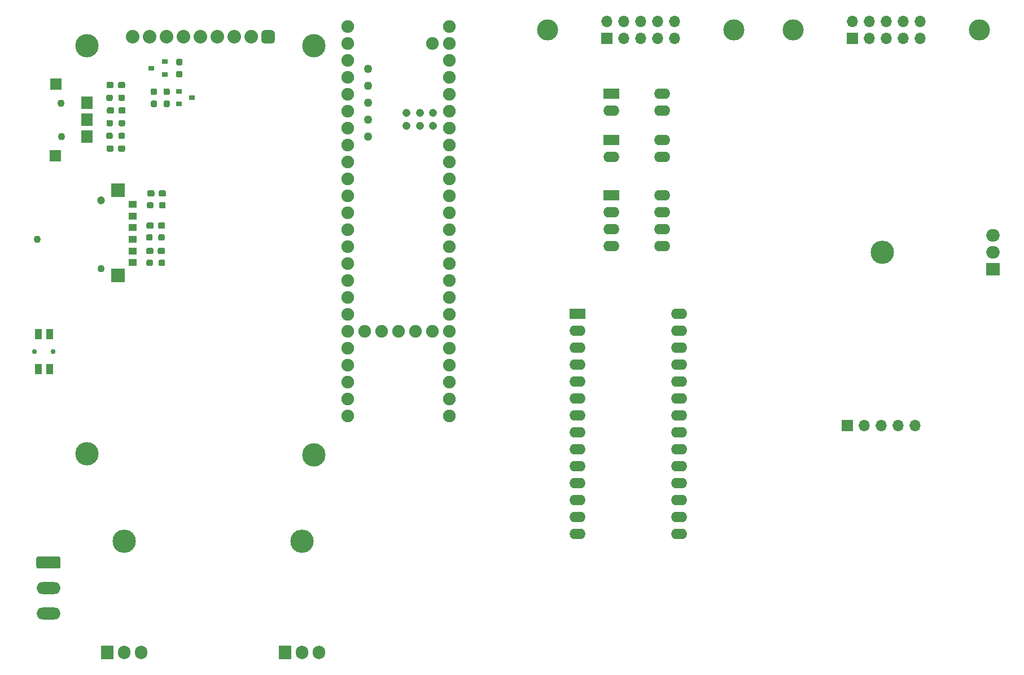
<source format=gbr>
%TF.GenerationSoftware,KiCad,Pcbnew,(5.1.9)-1*%
%TF.CreationDate,2022-07-01T06:07:01-07:00*%
%TF.ProjectId,GALIL,47414c49-4c2e-46b6-9963-61645f706362,rev?*%
%TF.SameCoordinates,Original*%
%TF.FileFunction,Soldermask,Bot*%
%TF.FilePolarity,Negative*%
%FSLAX46Y46*%
G04 Gerber Fmt 4.6, Leading zero omitted, Abs format (unit mm)*
G04 Created by KiCad (PCBNEW (5.1.9)-1) date 2022-07-01 06:07:01*
%MOMM*%
%LPD*%
G01*
G04 APERTURE LIST*
%ADD10O,2.000000X1.905000*%
%ADD11R,2.000000X1.905000*%
%ADD12O,3.500000X3.500000*%
%ADD13O,1.905000X2.000000*%
%ADD14R,1.905000X2.000000*%
%ADD15C,1.905000*%
%ADD16C,1.258000*%
%ADD17C,1.208000*%
%ADD18C,3.175000*%
%ADD19R,1.700000X1.700000*%
%ADD20O,1.700000X1.700000*%
%ADD21O,2.400000X1.600000*%
%ADD22R,2.400000X1.600000*%
%ADD23O,3.600000X1.800000*%
%ADD24C,3.500000*%
%ADD25C,2.032000*%
%ADD26C,1.100000*%
%ADD27C,1.200000*%
%ADD28R,2.000000X2.000000*%
%ADD29R,1.200000X1.000000*%
%ADD30C,0.750000*%
%ADD31R,1.000000X1.550000*%
%ADD32C,1.092200*%
%ADD33R,1.800000X1.900000*%
%ADD34R,0.900000X0.800000*%
G04 APERTURE END LIST*
D10*
%TO.C,U14*%
X183032400Y-91744800D03*
X183032400Y-94284800D03*
D11*
X183032400Y-96824800D03*
D12*
X166372400Y-94284800D03*
%TD*%
D13*
%TO.C,U11*%
X81915000Y-154305000D03*
X79375000Y-154305000D03*
D14*
X76835000Y-154305000D03*
D12*
X79375000Y-137645000D03*
%TD*%
D13*
%TO.C,U10*%
X55245000Y-154305000D03*
X52705000Y-154305000D03*
D14*
X50165000Y-154305000D03*
D12*
X52705000Y-137645000D03*
%TD*%
D15*
%TO.C,U1*%
X101473000Y-98501200D03*
X101473000Y-101041200D03*
X101473000Y-103581200D03*
X101473000Y-106121200D03*
X101473000Y-108661200D03*
X101473000Y-111201200D03*
X101473000Y-113741200D03*
X101473000Y-116281200D03*
X101473000Y-118821200D03*
X86233000Y-118821200D03*
X86233000Y-116281200D03*
X86233000Y-113741200D03*
X86233000Y-111201200D03*
X86233000Y-108661200D03*
X86233000Y-106121200D03*
X86233000Y-103581200D03*
X86233000Y-101041200D03*
X86233000Y-98501200D03*
X101473000Y-60401200D03*
X101473000Y-62941200D03*
X101473000Y-65481200D03*
X101473000Y-68021200D03*
X101473000Y-70561200D03*
X101473000Y-73101200D03*
X101473000Y-75641200D03*
X101473000Y-78181200D03*
X101473000Y-80721200D03*
X101473000Y-83261200D03*
X101473000Y-85801200D03*
X101473000Y-88341200D03*
X101473000Y-90881200D03*
X101473000Y-93421200D03*
X86233000Y-95961200D03*
X86233000Y-93421200D03*
X86233000Y-90881200D03*
X86233000Y-88341200D03*
X86233000Y-85801200D03*
X86233000Y-83261200D03*
X86233000Y-80721200D03*
X86233000Y-78181200D03*
X86233000Y-75641200D03*
X86233000Y-73101200D03*
X86233000Y-70561200D03*
X86233000Y-68021200D03*
X86233000Y-65481200D03*
D16*
X89283000Y-76911200D03*
X89283000Y-74371200D03*
X89283000Y-71831200D03*
X89283000Y-69291200D03*
X89283000Y-66751200D03*
D17*
X95023000Y-73371200D03*
X97023000Y-73371200D03*
X95023000Y-75371200D03*
X97023000Y-75371200D03*
X99023000Y-73371200D03*
X99023000Y-75371200D03*
D15*
X101473000Y-95961200D03*
X96393000Y-106121200D03*
X98933000Y-62941200D03*
X98933000Y-106121200D03*
X93853000Y-106121200D03*
X91313000Y-106121200D03*
X88773000Y-106121200D03*
X86233000Y-62941200D03*
X86233000Y-60401200D03*
%TD*%
%TO.C,R10*%
G36*
G01*
X57387500Y-70695000D02*
X56912500Y-70695000D01*
G75*
G02*
X56675000Y-70457500I0J237500D01*
G01*
X56675000Y-69957500D01*
G75*
G02*
X56912500Y-69720000I237500J0D01*
G01*
X57387500Y-69720000D01*
G75*
G02*
X57625000Y-69957500I0J-237500D01*
G01*
X57625000Y-70457500D01*
G75*
G02*
X57387500Y-70695000I-237500J0D01*
G01*
G37*
G36*
G01*
X57387500Y-72520000D02*
X56912500Y-72520000D01*
G75*
G02*
X56675000Y-72282500I0J237500D01*
G01*
X56675000Y-71782500D01*
G75*
G02*
X56912500Y-71545000I237500J0D01*
G01*
X57387500Y-71545000D01*
G75*
G02*
X57625000Y-71782500I0J-237500D01*
G01*
X57625000Y-72282500D01*
G75*
G02*
X57387500Y-72520000I-237500J0D01*
G01*
G37*
%TD*%
%TO.C,R9*%
G36*
G01*
X59292500Y-70695000D02*
X58817500Y-70695000D01*
G75*
G02*
X58580000Y-70457500I0J237500D01*
G01*
X58580000Y-69957500D01*
G75*
G02*
X58817500Y-69720000I237500J0D01*
G01*
X59292500Y-69720000D01*
G75*
G02*
X59530000Y-69957500I0J-237500D01*
G01*
X59530000Y-70457500D01*
G75*
G02*
X59292500Y-70695000I-237500J0D01*
G01*
G37*
G36*
G01*
X59292500Y-72520000D02*
X58817500Y-72520000D01*
G75*
G02*
X58580000Y-72282500I0J237500D01*
G01*
X58580000Y-71782500D01*
G75*
G02*
X58817500Y-71545000I237500J0D01*
G01*
X59292500Y-71545000D01*
G75*
G02*
X59530000Y-71782500I0J-237500D01*
G01*
X59530000Y-72282500D01*
G75*
G02*
X59292500Y-72520000I-237500J0D01*
G01*
G37*
%TD*%
%TO.C,R6*%
G36*
G01*
X50972500Y-76597500D02*
X50972500Y-77072500D01*
G75*
G02*
X50735000Y-77310000I-237500J0D01*
G01*
X50235000Y-77310000D01*
G75*
G02*
X49997500Y-77072500I0J237500D01*
G01*
X49997500Y-76597500D01*
G75*
G02*
X50235000Y-76360000I237500J0D01*
G01*
X50735000Y-76360000D01*
G75*
G02*
X50972500Y-76597500I0J-237500D01*
G01*
G37*
G36*
G01*
X52797500Y-76597500D02*
X52797500Y-77072500D01*
G75*
G02*
X52560000Y-77310000I-237500J0D01*
G01*
X52060000Y-77310000D01*
G75*
G02*
X51822500Y-77072500I0J237500D01*
G01*
X51822500Y-76597500D01*
G75*
G02*
X52060000Y-76360000I237500J0D01*
G01*
X52560000Y-76360000D01*
G75*
G02*
X52797500Y-76597500I0J-237500D01*
G01*
G37*
%TD*%
%TO.C,R5*%
G36*
G01*
X51010000Y-74692500D02*
X51010000Y-75167500D01*
G75*
G02*
X50772500Y-75405000I-237500J0D01*
G01*
X50272500Y-75405000D01*
G75*
G02*
X50035000Y-75167500I0J237500D01*
G01*
X50035000Y-74692500D01*
G75*
G02*
X50272500Y-74455000I237500J0D01*
G01*
X50772500Y-74455000D01*
G75*
G02*
X51010000Y-74692500I0J-237500D01*
G01*
G37*
G36*
G01*
X52835000Y-74692500D02*
X52835000Y-75167500D01*
G75*
G02*
X52597500Y-75405000I-237500J0D01*
G01*
X52097500Y-75405000D01*
G75*
G02*
X51860000Y-75167500I0J237500D01*
G01*
X51860000Y-74692500D01*
G75*
G02*
X52097500Y-74455000I237500J0D01*
G01*
X52597500Y-74455000D01*
G75*
G02*
X52835000Y-74692500I0J-237500D01*
G01*
G37*
%TD*%
%TO.C,R4*%
G36*
G01*
X50972500Y-70882500D02*
X50972500Y-71357500D01*
G75*
G02*
X50735000Y-71595000I-237500J0D01*
G01*
X50235000Y-71595000D01*
G75*
G02*
X49997500Y-71357500I0J237500D01*
G01*
X49997500Y-70882500D01*
G75*
G02*
X50235000Y-70645000I237500J0D01*
G01*
X50735000Y-70645000D01*
G75*
G02*
X50972500Y-70882500I0J-237500D01*
G01*
G37*
G36*
G01*
X52797500Y-70882500D02*
X52797500Y-71357500D01*
G75*
G02*
X52560000Y-71595000I-237500J0D01*
G01*
X52060000Y-71595000D01*
G75*
G02*
X51822500Y-71357500I0J237500D01*
G01*
X51822500Y-70882500D01*
G75*
G02*
X52060000Y-70645000I237500J0D01*
G01*
X52560000Y-70645000D01*
G75*
G02*
X52797500Y-70882500I0J-237500D01*
G01*
G37*
%TD*%
%TO.C,R3*%
G36*
G01*
X61197500Y-66250000D02*
X60722500Y-66250000D01*
G75*
G02*
X60485000Y-66012500I0J237500D01*
G01*
X60485000Y-65512500D01*
G75*
G02*
X60722500Y-65275000I237500J0D01*
G01*
X61197500Y-65275000D01*
G75*
G02*
X61435000Y-65512500I0J-237500D01*
G01*
X61435000Y-66012500D01*
G75*
G02*
X61197500Y-66250000I-237500J0D01*
G01*
G37*
G36*
G01*
X61197500Y-68075000D02*
X60722500Y-68075000D01*
G75*
G02*
X60485000Y-67837500I0J237500D01*
G01*
X60485000Y-67337500D01*
G75*
G02*
X60722500Y-67100000I237500J0D01*
G01*
X61197500Y-67100000D01*
G75*
G02*
X61435000Y-67337500I0J-237500D01*
G01*
X61435000Y-67837500D01*
G75*
G02*
X61197500Y-68075000I-237500J0D01*
G01*
G37*
%TD*%
%TO.C,C3*%
G36*
G01*
X51110000Y-78502500D02*
X51110000Y-78977500D01*
G75*
G02*
X50872500Y-79215000I-237500J0D01*
G01*
X50272500Y-79215000D01*
G75*
G02*
X50035000Y-78977500I0J237500D01*
G01*
X50035000Y-78502500D01*
G75*
G02*
X50272500Y-78265000I237500J0D01*
G01*
X50872500Y-78265000D01*
G75*
G02*
X51110000Y-78502500I0J-237500D01*
G01*
G37*
G36*
G01*
X52835000Y-78502500D02*
X52835000Y-78977500D01*
G75*
G02*
X52597500Y-79215000I-237500J0D01*
G01*
X51997500Y-79215000D01*
G75*
G02*
X51760000Y-78977500I0J237500D01*
G01*
X51760000Y-78502500D01*
G75*
G02*
X51997500Y-78265000I237500J0D01*
G01*
X52597500Y-78265000D01*
G75*
G02*
X52835000Y-78502500I0J-237500D01*
G01*
G37*
%TD*%
%TO.C,C2*%
G36*
G01*
X51177500Y-72787500D02*
X51177500Y-73262500D01*
G75*
G02*
X50940000Y-73500000I-237500J0D01*
G01*
X50340000Y-73500000D01*
G75*
G02*
X50102500Y-73262500I0J237500D01*
G01*
X50102500Y-72787500D01*
G75*
G02*
X50340000Y-72550000I237500J0D01*
G01*
X50940000Y-72550000D01*
G75*
G02*
X51177500Y-72787500I0J-237500D01*
G01*
G37*
G36*
G01*
X52902500Y-72787500D02*
X52902500Y-73262500D01*
G75*
G02*
X52665000Y-73500000I-237500J0D01*
G01*
X52065000Y-73500000D01*
G75*
G02*
X51827500Y-73262500I0J237500D01*
G01*
X51827500Y-72787500D01*
G75*
G02*
X52065000Y-72550000I237500J0D01*
G01*
X52665000Y-72550000D01*
G75*
G02*
X52902500Y-72787500I0J-237500D01*
G01*
G37*
%TD*%
%TO.C,C1*%
G36*
G01*
X51110000Y-68977500D02*
X51110000Y-69452500D01*
G75*
G02*
X50872500Y-69690000I-237500J0D01*
G01*
X50272500Y-69690000D01*
G75*
G02*
X50035000Y-69452500I0J237500D01*
G01*
X50035000Y-68977500D01*
G75*
G02*
X50272500Y-68740000I237500J0D01*
G01*
X50872500Y-68740000D01*
G75*
G02*
X51110000Y-68977500I0J-237500D01*
G01*
G37*
G36*
G01*
X52835000Y-68977500D02*
X52835000Y-69452500D01*
G75*
G02*
X52597500Y-69690000I-237500J0D01*
G01*
X51997500Y-69690000D01*
G75*
G02*
X51760000Y-69452500I0J237500D01*
G01*
X51760000Y-68977500D01*
G75*
G02*
X51997500Y-68740000I237500J0D01*
G01*
X52597500Y-68740000D01*
G75*
G02*
X52835000Y-68977500I0J-237500D01*
G01*
G37*
%TD*%
D18*
%TO.C,J3*%
X180975000Y-60960000D03*
X153035000Y-60960000D03*
D19*
X161925000Y-62230000D03*
D20*
X161925000Y-59690000D03*
X164465000Y-62230000D03*
X164465000Y-59690000D03*
X167005000Y-62230000D03*
X167005000Y-59690000D03*
X169545000Y-62230000D03*
X169545000Y-59690000D03*
X172085000Y-62230000D03*
X172085000Y-59690000D03*
%TD*%
D18*
%TO.C,J1*%
X144145000Y-60960000D03*
X116205000Y-60960000D03*
D19*
X125095000Y-62230000D03*
D20*
X125095000Y-59690000D03*
X127635000Y-62230000D03*
X127635000Y-59690000D03*
X130175000Y-62230000D03*
X130175000Y-59690000D03*
X132715000Y-62230000D03*
X132715000Y-59690000D03*
X135255000Y-62230000D03*
X135255000Y-59690000D03*
%TD*%
D21*
%TO.C,Q11*%
X133350000Y-77470000D03*
X125730000Y-80010000D03*
X133350000Y-80010000D03*
D22*
X125730000Y-77470000D03*
%TD*%
D21*
%TO.C,Q10*%
X133350000Y-70485000D03*
X125730000Y-73025000D03*
X133350000Y-73025000D03*
D22*
X125730000Y-70485000D03*
%TD*%
D23*
%TO.C,J4*%
X41325800Y-148463000D03*
X41325800Y-144653000D03*
G36*
G01*
X39775800Y-139943000D02*
X42875800Y-139943000D01*
G75*
G02*
X43125800Y-140193000I0J-250000D01*
G01*
X43125800Y-141493000D01*
G75*
G02*
X42875800Y-141743000I-250000J0D01*
G01*
X39775800Y-141743000D01*
G75*
G02*
X39525800Y-141493000I0J250000D01*
G01*
X39525800Y-140193000D01*
G75*
G02*
X39775800Y-139943000I250000J0D01*
G01*
G37*
%TD*%
D21*
%TO.C,U4*%
X133350000Y-85725000D03*
X125730000Y-93345000D03*
X133350000Y-88265000D03*
X125730000Y-90805000D03*
X133350000Y-90805000D03*
X125730000Y-88265000D03*
X133350000Y-93345000D03*
D22*
X125730000Y-85725000D03*
%TD*%
D20*
%TO.C,J2*%
X171323000Y-120269000D03*
X168783000Y-120269000D03*
X166243000Y-120269000D03*
X163703000Y-120269000D03*
D19*
X161163000Y-120269000D03*
%TD*%
D21*
%TO.C,U3*%
X135890000Y-103505000D03*
X120650000Y-136525000D03*
X135890000Y-106045000D03*
X120650000Y-133985000D03*
X135890000Y-108585000D03*
X120650000Y-131445000D03*
X135890000Y-111125000D03*
X120650000Y-128905000D03*
X135890000Y-113665000D03*
X120650000Y-126365000D03*
X135890000Y-116205000D03*
X120650000Y-123825000D03*
X135890000Y-118745000D03*
X120650000Y-121285000D03*
X135890000Y-121285000D03*
X120650000Y-118745000D03*
X135890000Y-123825000D03*
X120650000Y-116205000D03*
X135890000Y-126365000D03*
X120650000Y-113665000D03*
X135890000Y-128905000D03*
X120650000Y-111125000D03*
X135890000Y-131445000D03*
X120650000Y-108585000D03*
X135890000Y-133985000D03*
X120650000Y-106045000D03*
X135890000Y-136525000D03*
D22*
X120650000Y-103505000D03*
%TD*%
D24*
%TO.C,U2*%
X81135000Y-124670000D03*
X47135000Y-124570000D03*
X81135000Y-63320000D03*
X47135000Y-63320000D03*
D25*
X53955000Y-61984000D03*
X56495000Y-61984000D03*
X59035000Y-61984000D03*
X61575000Y-61984000D03*
X64115000Y-61984000D03*
X66655000Y-61984000D03*
X69195000Y-61984000D03*
X71735000Y-61984000D03*
G36*
G01*
X73259000Y-62492000D02*
X73259000Y-61476000D01*
G75*
G02*
X73767000Y-60968000I508000J0D01*
G01*
X74783000Y-60968000D01*
G75*
G02*
X75291000Y-61476000I0J-508000D01*
G01*
X75291000Y-62492000D01*
G75*
G02*
X74783000Y-63000000I-508000J0D01*
G01*
X73767000Y-63000000D01*
G75*
G02*
X73259000Y-62492000I0J508000D01*
G01*
G37*
%TD*%
D26*
%TO.C,SW3*%
X49225000Y-96750000D03*
D27*
X49225000Y-86550000D03*
D26*
X39625000Y-92350000D03*
D28*
X51725000Y-85000000D03*
X51775000Y-97750000D03*
D29*
X53975000Y-95850000D03*
X53975000Y-94100000D03*
X53975000Y-92350000D03*
X53975000Y-90600000D03*
X53975000Y-88850000D03*
X53975000Y-87100000D03*
%TD*%
D30*
%TO.C,SW2*%
X39265000Y-109220000D03*
X42015000Y-109220000D03*
D31*
X39790000Y-111845000D03*
X39790000Y-106595000D03*
X41490000Y-106595000D03*
X41490000Y-111845000D03*
%TD*%
D32*
%TO.C,SW1*%
X43274600Y-76946900D03*
X43223800Y-71943100D03*
D19*
X42385600Y-79829800D03*
D33*
X47110000Y-76908800D03*
X47110000Y-74445000D03*
X47110000Y-71905000D03*
D19*
X42411000Y-69060200D03*
%TD*%
%TO.C,R57*%
G36*
G01*
X57932500Y-87486500D02*
X57932500Y-87011500D01*
G75*
G02*
X58170000Y-86774000I237500J0D01*
G01*
X58670000Y-86774000D01*
G75*
G02*
X58907500Y-87011500I0J-237500D01*
G01*
X58907500Y-87486500D01*
G75*
G02*
X58670000Y-87724000I-237500J0D01*
G01*
X58170000Y-87724000D01*
G75*
G02*
X57932500Y-87486500I0J237500D01*
G01*
G37*
G36*
G01*
X56107500Y-87486500D02*
X56107500Y-87011500D01*
G75*
G02*
X56345000Y-86774000I237500J0D01*
G01*
X56845000Y-86774000D01*
G75*
G02*
X57082500Y-87011500I0J-237500D01*
G01*
X57082500Y-87486500D01*
G75*
G02*
X56845000Y-87724000I-237500J0D01*
G01*
X56345000Y-87724000D01*
G75*
G02*
X56107500Y-87486500I0J237500D01*
G01*
G37*
%TD*%
%TO.C,R56*%
G36*
G01*
X57805500Y-92312500D02*
X57805500Y-91837500D01*
G75*
G02*
X58043000Y-91600000I237500J0D01*
G01*
X58543000Y-91600000D01*
G75*
G02*
X58780500Y-91837500I0J-237500D01*
G01*
X58780500Y-92312500D01*
G75*
G02*
X58543000Y-92550000I-237500J0D01*
G01*
X58043000Y-92550000D01*
G75*
G02*
X57805500Y-92312500I0J237500D01*
G01*
G37*
G36*
G01*
X55980500Y-92312500D02*
X55980500Y-91837500D01*
G75*
G02*
X56218000Y-91600000I237500J0D01*
G01*
X56718000Y-91600000D01*
G75*
G02*
X56955500Y-91837500I0J-237500D01*
G01*
X56955500Y-92312500D01*
G75*
G02*
X56718000Y-92550000I-237500J0D01*
G01*
X56218000Y-92550000D01*
G75*
G02*
X55980500Y-92312500I0J237500D01*
G01*
G37*
%TD*%
%TO.C,R55*%
G36*
G01*
X57852500Y-96122500D02*
X57852500Y-95647500D01*
G75*
G02*
X58090000Y-95410000I237500J0D01*
G01*
X58590000Y-95410000D01*
G75*
G02*
X58827500Y-95647500I0J-237500D01*
G01*
X58827500Y-96122500D01*
G75*
G02*
X58590000Y-96360000I-237500J0D01*
G01*
X58090000Y-96360000D01*
G75*
G02*
X57852500Y-96122500I0J237500D01*
G01*
G37*
G36*
G01*
X56027500Y-96122500D02*
X56027500Y-95647500D01*
G75*
G02*
X56265000Y-95410000I237500J0D01*
G01*
X56765000Y-95410000D01*
G75*
G02*
X57002500Y-95647500I0J-237500D01*
G01*
X57002500Y-96122500D01*
G75*
G02*
X56765000Y-96360000I-237500J0D01*
G01*
X56265000Y-96360000D01*
G75*
G02*
X56027500Y-96122500I0J237500D01*
G01*
G37*
%TD*%
D34*
%TO.C,Q1*%
X62865000Y-71120000D03*
X60865000Y-70170000D03*
X60865000Y-72070000D03*
%TD*%
%TO.C,MOSFET1*%
X56785000Y-66675000D03*
X58785000Y-67625000D03*
X58785000Y-65725000D03*
%TD*%
%TO.C,C22*%
G36*
G01*
X57882500Y-85708500D02*
X57882500Y-85233500D01*
G75*
G02*
X58120000Y-84996000I237500J0D01*
G01*
X58720000Y-84996000D01*
G75*
G02*
X58957500Y-85233500I0J-237500D01*
G01*
X58957500Y-85708500D01*
G75*
G02*
X58720000Y-85946000I-237500J0D01*
G01*
X58120000Y-85946000D01*
G75*
G02*
X57882500Y-85708500I0J237500D01*
G01*
G37*
G36*
G01*
X56157500Y-85708500D02*
X56157500Y-85233500D01*
G75*
G02*
X56395000Y-84996000I237500J0D01*
G01*
X56995000Y-84996000D01*
G75*
G02*
X57232500Y-85233500I0J-237500D01*
G01*
X57232500Y-85708500D01*
G75*
G02*
X56995000Y-85946000I-237500J0D01*
G01*
X56395000Y-85946000D01*
G75*
G02*
X56157500Y-85708500I0J237500D01*
G01*
G37*
%TD*%
%TO.C,C21*%
G36*
G01*
X57755500Y-90534500D02*
X57755500Y-90059500D01*
G75*
G02*
X57993000Y-89822000I237500J0D01*
G01*
X58593000Y-89822000D01*
G75*
G02*
X58830500Y-90059500I0J-237500D01*
G01*
X58830500Y-90534500D01*
G75*
G02*
X58593000Y-90772000I-237500J0D01*
G01*
X57993000Y-90772000D01*
G75*
G02*
X57755500Y-90534500I0J237500D01*
G01*
G37*
G36*
G01*
X56030500Y-90534500D02*
X56030500Y-90059500D01*
G75*
G02*
X56268000Y-89822000I237500J0D01*
G01*
X56868000Y-89822000D01*
G75*
G02*
X57105500Y-90059500I0J-237500D01*
G01*
X57105500Y-90534500D01*
G75*
G02*
X56868000Y-90772000I-237500J0D01*
G01*
X56268000Y-90772000D01*
G75*
G02*
X56030500Y-90534500I0J237500D01*
G01*
G37*
%TD*%
%TO.C,C20*%
G36*
G01*
X57729000Y-94344500D02*
X57729000Y-93869500D01*
G75*
G02*
X57966500Y-93632000I237500J0D01*
G01*
X58566500Y-93632000D01*
G75*
G02*
X58804000Y-93869500I0J-237500D01*
G01*
X58804000Y-94344500D01*
G75*
G02*
X58566500Y-94582000I-237500J0D01*
G01*
X57966500Y-94582000D01*
G75*
G02*
X57729000Y-94344500I0J237500D01*
G01*
G37*
G36*
G01*
X56004000Y-94344500D02*
X56004000Y-93869500D01*
G75*
G02*
X56241500Y-93632000I237500J0D01*
G01*
X56841500Y-93632000D01*
G75*
G02*
X57079000Y-93869500I0J-237500D01*
G01*
X57079000Y-94344500D01*
G75*
G02*
X56841500Y-94582000I-237500J0D01*
G01*
X56241500Y-94582000D01*
G75*
G02*
X56004000Y-94344500I0J237500D01*
G01*
G37*
%TD*%
M02*

</source>
